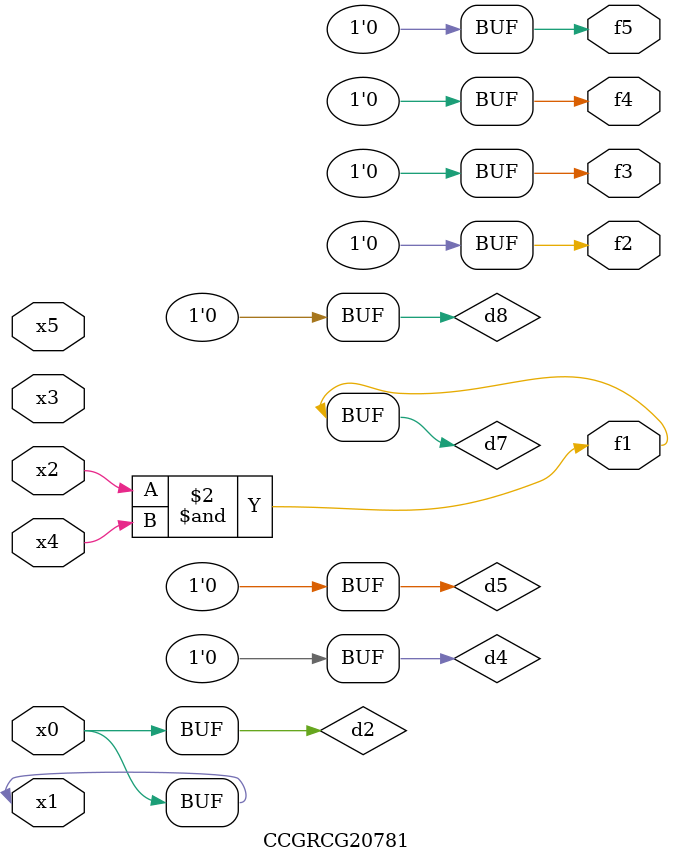
<source format=v>
module CCGRCG20781(
	input x0, x1, x2, x3, x4, x5,
	output f1, f2, f3, f4, f5
);

	wire d1, d2, d3, d4, d5, d6, d7, d8, d9;

	nand (d1, x1);
	buf (d2, x0, x1);
	nand (d3, x2, x4);
	and (d4, d1, d2);
	and (d5, d1, d2);
	nand (d6, d1, d3);
	not (d7, d3);
	xor (d8, d5);
	nor (d9, d5, d6);
	assign f1 = d7;
	assign f2 = d8;
	assign f3 = d8;
	assign f4 = d8;
	assign f5 = d8;
endmodule

</source>
